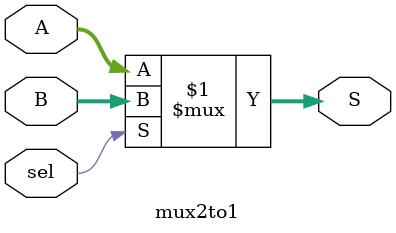
<source format=v>
module mux2to1 (
    input [31:0] A,
    input [31:0] B,
    input sel,
    output [31:0] S
);
    assign S = sel ? B : A ;
endmodule
</source>
